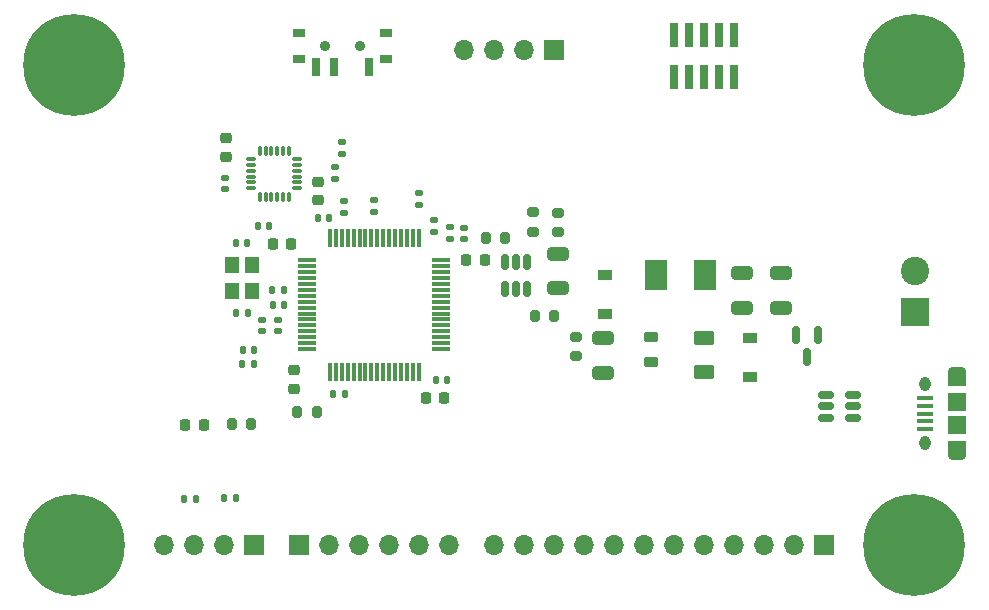
<source format=gbr>
%TF.GenerationSoftware,KiCad,Pcbnew,(6.0.6)*%
%TF.CreationDate,2023-08-27T23:28:48-04:00*%
%TF.ProjectId,STM32,53544d33-322e-46b6-9963-61645f706362,rev?*%
%TF.SameCoordinates,Original*%
%TF.FileFunction,Soldermask,Top*%
%TF.FilePolarity,Negative*%
%FSLAX46Y46*%
G04 Gerber Fmt 4.6, Leading zero omitted, Abs format (unit mm)*
G04 Created by KiCad (PCBNEW (6.0.6)) date 2023-08-27 23:28:48*
%MOMM*%
%LPD*%
G01*
G04 APERTURE LIST*
G04 Aperture macros list*
%AMRoundRect*
0 Rectangle with rounded corners*
0 $1 Rounding radius*
0 $2 $3 $4 $5 $6 $7 $8 $9 X,Y pos of 4 corners*
0 Add a 4 corners polygon primitive as box body*
4,1,4,$2,$3,$4,$5,$6,$7,$8,$9,$2,$3,0*
0 Add four circle primitives for the rounded corners*
1,1,$1+$1,$2,$3*
1,1,$1+$1,$4,$5*
1,1,$1+$1,$6,$7*
1,1,$1+$1,$8,$9*
0 Add four rect primitives between the rounded corners*
20,1,$1+$1,$2,$3,$4,$5,0*
20,1,$1+$1,$4,$5,$6,$7,0*
20,1,$1+$1,$6,$7,$8,$9,0*
20,1,$1+$1,$8,$9,$2,$3,0*%
G04 Aperture macros list end*
%ADD10RoundRect,0.200000X0.275000X-0.200000X0.275000X0.200000X-0.275000X0.200000X-0.275000X-0.200000X0*%
%ADD11R,0.750000X2.100000*%
%ADD12R,1.900000X2.500000*%
%ADD13R,1.700000X1.700000*%
%ADD14O,1.700000X1.700000*%
%ADD15R,1.200000X1.400000*%
%ADD16RoundRect,0.135000X0.185000X-0.135000X0.185000X0.135000X-0.185000X0.135000X-0.185000X-0.135000X0*%
%ADD17RoundRect,0.135000X-0.135000X-0.185000X0.135000X-0.185000X0.135000X0.185000X-0.135000X0.185000X0*%
%ADD18RoundRect,0.140000X0.170000X-0.140000X0.170000X0.140000X-0.170000X0.140000X-0.170000X-0.140000X0*%
%ADD19C,0.900000*%
%ADD20R,1.000000X0.800000*%
%ADD21R,0.700000X1.500000*%
%ADD22RoundRect,0.225000X0.225000X0.250000X-0.225000X0.250000X-0.225000X-0.250000X0.225000X-0.250000X0*%
%ADD23R,2.400000X2.400000*%
%ADD24C,2.400000*%
%ADD25RoundRect,0.200000X-0.200000X-0.275000X0.200000X-0.275000X0.200000X0.275000X-0.200000X0.275000X0*%
%ADD26RoundRect,0.075000X-0.700000X-0.075000X0.700000X-0.075000X0.700000X0.075000X-0.700000X0.075000X0*%
%ADD27RoundRect,0.075000X-0.075000X-0.700000X0.075000X-0.700000X0.075000X0.700000X-0.075000X0.700000X0*%
%ADD28RoundRect,0.218750X0.256250X-0.218750X0.256250X0.218750X-0.256250X0.218750X-0.256250X-0.218750X0*%
%ADD29RoundRect,0.140000X-0.140000X-0.170000X0.140000X-0.170000X0.140000X0.170000X-0.140000X0.170000X0*%
%ADD30R,1.200000X0.900000*%
%ADD31RoundRect,0.200000X-0.275000X0.200000X-0.275000X-0.200000X0.275000X-0.200000X0.275000X0.200000X0*%
%ADD32RoundRect,0.135000X-0.185000X0.135000X-0.185000X-0.135000X0.185000X-0.135000X0.185000X0.135000X0*%
%ADD33RoundRect,0.150000X-0.150000X0.512500X-0.150000X-0.512500X0.150000X-0.512500X0.150000X0.512500X0*%
%ADD34RoundRect,0.250000X-0.625000X0.375000X-0.625000X-0.375000X0.625000X-0.375000X0.625000X0.375000X0*%
%ADD35RoundRect,0.135000X0.135000X0.185000X-0.135000X0.185000X-0.135000X-0.185000X0.135000X-0.185000X0*%
%ADD36RoundRect,0.225000X-0.250000X0.225000X-0.250000X-0.225000X0.250000X-0.225000X0.250000X0.225000X0*%
%ADD37RoundRect,0.225000X-0.225000X-0.250000X0.225000X-0.250000X0.225000X0.250000X-0.225000X0.250000X0*%
%ADD38RoundRect,0.250000X-0.650000X0.325000X-0.650000X-0.325000X0.650000X-0.325000X0.650000X0.325000X0*%
%ADD39RoundRect,0.150000X-0.150000X0.587500X-0.150000X-0.587500X0.150000X-0.587500X0.150000X0.587500X0*%
%ADD40RoundRect,0.147500X0.147500X0.172500X-0.147500X0.172500X-0.147500X-0.172500X0.147500X-0.172500X0*%
%ADD41C,8.600000*%
%ADD42RoundRect,0.140000X0.140000X0.170000X-0.140000X0.170000X-0.140000X-0.170000X0.140000X-0.170000X0*%
%ADD43RoundRect,0.140000X-0.170000X0.140000X-0.170000X-0.140000X0.170000X-0.140000X0.170000X0.140000X0*%
%ADD44RoundRect,0.218750X-0.381250X0.218750X-0.381250X-0.218750X0.381250X-0.218750X0.381250X0.218750X0*%
%ADD45RoundRect,0.225000X0.250000X-0.225000X0.250000X0.225000X-0.250000X0.225000X-0.250000X-0.225000X0*%
%ADD46RoundRect,0.150000X0.512500X0.150000X-0.512500X0.150000X-0.512500X-0.150000X0.512500X-0.150000X0*%
%ADD47RoundRect,0.218750X0.218750X0.256250X-0.218750X0.256250X-0.218750X-0.256250X0.218750X-0.256250X0*%
%ADD48RoundRect,0.075000X-0.075000X0.350000X-0.075000X-0.350000X0.075000X-0.350000X0.075000X0.350000X0*%
%ADD49RoundRect,0.075000X-0.350000X-0.075000X0.350000X-0.075000X0.350000X0.075000X-0.350000X0.075000X0*%
%ADD50R,1.350000X0.400000*%
%ADD51R,1.550000X1.200000*%
%ADD52R,1.550000X1.500000*%
%ADD53O,0.950000X1.250000*%
%ADD54O,1.550000X0.890000*%
G04 APERTURE END LIST*
D10*
%TO.C,R3*%
X104452696Y-90402508D03*
X104452696Y-88752508D03*
%TD*%
D11*
%TO.C,J4*%
X119380000Y-77260000D03*
X119380000Y-73660000D03*
X118110000Y-77260000D03*
X118110000Y-73660000D03*
X116840000Y-77260000D03*
X116840000Y-73660000D03*
X115570000Y-77260000D03*
X115570000Y-73660000D03*
X114300000Y-77260000D03*
X114300000Y-73660000D03*
%TD*%
D12*
%TO.C,L1*%
X112775503Y-93980000D03*
X116875503Y-93980000D03*
%TD*%
D13*
%TO.C,J6*%
X104130000Y-74930000D03*
D14*
X101590000Y-74930000D03*
X99050000Y-74930000D03*
X96510000Y-74930000D03*
%TD*%
D15*
%TO.C,Crystal1*%
X76817265Y-93122981D03*
X76817265Y-95322981D03*
X78517265Y-95322981D03*
X78517265Y-93122981D03*
%TD*%
D16*
%TO.C,R12*%
X86131664Y-83775939D03*
X86131664Y-82755939D03*
%TD*%
D17*
%TO.C,R16*%
X80234611Y-95309226D03*
X81254611Y-95309226D03*
%TD*%
D18*
%TO.C,C17*%
X96520000Y-90949667D03*
X96520000Y-89989667D03*
%TD*%
D19*
%TO.C,SW1*%
X87711308Y-74600000D03*
D20*
X82561308Y-75710000D03*
X89861308Y-75710000D03*
X82561308Y-73500000D03*
D19*
X84711308Y-74600000D03*
D20*
X89861308Y-73500000D03*
D21*
X88461308Y-76360000D03*
X85461308Y-76360000D03*
X83961308Y-76360000D03*
%TD*%
D22*
%TO.C,C9*%
X81834265Y-91382353D03*
X80284265Y-91382353D03*
%TD*%
D23*
%TO.C,J1*%
X134648944Y-97166594D03*
D24*
X134648944Y-93666594D03*
%TD*%
D25*
%TO.C,R11*%
X82359797Y-105596222D03*
X84009797Y-105596222D03*
%TD*%
D26*
%TO.C,U4*%
X83225000Y-92770000D03*
X83225000Y-93270000D03*
X83225000Y-93770000D03*
X83225000Y-94270000D03*
X83225000Y-94770000D03*
X83225000Y-95270000D03*
X83225000Y-95770000D03*
X83225000Y-96270000D03*
X83225000Y-96770000D03*
X83225000Y-97270000D03*
X83225000Y-97770000D03*
X83225000Y-98270000D03*
X83225000Y-98770000D03*
X83225000Y-99270000D03*
X83225000Y-99770000D03*
X83225000Y-100270000D03*
D27*
X85150000Y-102195000D03*
X85650000Y-102195000D03*
X86150000Y-102195000D03*
X86650000Y-102195000D03*
X87150000Y-102195000D03*
X87650000Y-102195000D03*
X88150000Y-102195000D03*
X88650000Y-102195000D03*
X89150000Y-102195000D03*
X89650000Y-102195000D03*
X90150000Y-102195000D03*
X90650000Y-102195000D03*
X91150000Y-102195000D03*
X91650000Y-102195000D03*
X92150000Y-102195000D03*
X92650000Y-102195000D03*
D26*
X94575000Y-100270000D03*
X94575000Y-99770000D03*
X94575000Y-99270000D03*
X94575000Y-98770000D03*
X94575000Y-98270000D03*
X94575000Y-97770000D03*
X94575000Y-97270000D03*
X94575000Y-96770000D03*
X94575000Y-96270000D03*
X94575000Y-95770000D03*
X94575000Y-95270000D03*
X94575000Y-94770000D03*
X94575000Y-94270000D03*
X94575000Y-93770000D03*
X94575000Y-93270000D03*
X94575000Y-92770000D03*
D27*
X92650000Y-90845000D03*
X92150000Y-90845000D03*
X91650000Y-90845000D03*
X91150000Y-90845000D03*
X90650000Y-90845000D03*
X90150000Y-90845000D03*
X89650000Y-90845000D03*
X89150000Y-90845000D03*
X88650000Y-90845000D03*
X88150000Y-90845000D03*
X87650000Y-90845000D03*
X87150000Y-90845000D03*
X86650000Y-90845000D03*
X86150000Y-90845000D03*
X85650000Y-90845000D03*
X85150000Y-90845000D03*
%TD*%
D25*
%TO.C,R17*%
X76845000Y-106640000D03*
X78495000Y-106640000D03*
%TD*%
D28*
%TO.C,D3*%
X82117703Y-103645784D03*
X82117703Y-102070784D03*
%TD*%
D29*
%TO.C,C15*%
X94102693Y-102869102D03*
X95062693Y-102869102D03*
%TD*%
D30*
%TO.C,D1*%
X120727845Y-99343495D03*
X120727845Y-102643495D03*
%TD*%
D29*
%TO.C,C11*%
X84107345Y-89184616D03*
X85067345Y-89184616D03*
%TD*%
D16*
%TO.C,R8*%
X93921369Y-90386847D03*
X93921369Y-89366847D03*
%TD*%
D31*
%TO.C,R4*%
X105938658Y-99232047D03*
X105938658Y-100882047D03*
%TD*%
D32*
%TO.C,R10*%
X86335785Y-87777662D03*
X86335785Y-88797662D03*
%TD*%
D17*
%TO.C,R15*%
X76193788Y-112927611D03*
X77213788Y-112927611D03*
%TD*%
D33*
%TO.C,U1*%
X101857123Y-92880993D03*
X100907123Y-92880993D03*
X99957123Y-92880993D03*
X99957123Y-95155993D03*
X100907123Y-95155993D03*
X101857123Y-95155993D03*
%TD*%
D34*
%TO.C,F2*%
X116840000Y-99378812D03*
X116840000Y-102178812D03*
%TD*%
D25*
%TO.C,R5*%
X102481799Y-97516390D03*
X104131799Y-97516390D03*
%TD*%
D13*
%TO.C,J5*%
X82550000Y-116840000D03*
D14*
X85090000Y-116840000D03*
X87630000Y-116840000D03*
X90170000Y-116840000D03*
X92710000Y-116840000D03*
X95250000Y-116840000D03*
%TD*%
D35*
%TO.C,R14*%
X73762970Y-112936297D03*
X72742970Y-112936297D03*
%TD*%
D36*
%TO.C,C8*%
X84121833Y-86139150D03*
X84121833Y-87689150D03*
%TD*%
D37*
%TO.C,C13*%
X93265551Y-104454008D03*
X94815551Y-104454008D03*
%TD*%
D29*
%TO.C,C10*%
X77172530Y-91262492D03*
X78132530Y-91262492D03*
%TD*%
D38*
%TO.C,C1*%
X108249667Y-99330230D03*
X108249667Y-102280230D03*
%TD*%
D16*
%TO.C,R6*%
X92710000Y-88081041D03*
X92710000Y-87061041D03*
%TD*%
D39*
%TO.C,Q1*%
X126462206Y-99117255D03*
X124562206Y-99117255D03*
X125512206Y-100992255D03*
%TD*%
D13*
%TO.C,J2*%
X127000000Y-116840000D03*
D14*
X124460000Y-116840000D03*
X121920000Y-116840000D03*
X119380000Y-116840000D03*
X116840000Y-116840000D03*
X114300000Y-116840000D03*
X111760000Y-116840000D03*
X109220000Y-116840000D03*
X106680000Y-116840000D03*
X104140000Y-116840000D03*
X101600000Y-116840000D03*
X99060000Y-116840000D03*
%TD*%
D40*
%TO.C,L2*%
X78699123Y-101571865D03*
X77729123Y-101571865D03*
%TD*%
D31*
%TO.C,R2*%
X102359369Y-88709078D03*
X102359369Y-90359078D03*
%TD*%
D19*
%TO.C,H2*%
X65780419Y-78480419D03*
X61219581Y-73919581D03*
X66725000Y-76200000D03*
X63500000Y-72975000D03*
X65780419Y-73919581D03*
X61219581Y-78480419D03*
D41*
X63500000Y-76200000D03*
D19*
X60275000Y-76200000D03*
X63500000Y-79425000D03*
%TD*%
D18*
%TO.C,C19*%
X80700537Y-98745230D03*
X80700537Y-97785230D03*
%TD*%
D42*
%TO.C,C21*%
X81260023Y-96526186D03*
X80300023Y-96526186D03*
%TD*%
D43*
%TO.C,C7*%
X76241586Y-85765238D03*
X76241586Y-86725238D03*
%TD*%
D44*
%TO.C,FB1*%
X112285503Y-99267500D03*
X112285503Y-101392500D03*
%TD*%
D41*
%TO.C,H4*%
X134620000Y-116840000D03*
D19*
X136900419Y-114559581D03*
X136900419Y-119120419D03*
X134620000Y-113615000D03*
X132339581Y-119120419D03*
X131395000Y-116840000D03*
X132339581Y-114559581D03*
X134620000Y-120065000D03*
X137845000Y-116840000D03*
%TD*%
D32*
%TO.C,R13*%
X85526143Y-84872849D03*
X85526143Y-85892849D03*
%TD*%
D45*
%TO.C,C5*%
X76337132Y-83982082D03*
X76337132Y-82432082D03*
%TD*%
D16*
%TO.C,R9*%
X95269215Y-90927551D03*
X95269215Y-89907551D03*
%TD*%
D19*
%TO.C,H1*%
X61219581Y-119120419D03*
X63500000Y-120065000D03*
X61219581Y-114559581D03*
X65780419Y-114559581D03*
D41*
X63500000Y-116840000D03*
D19*
X63500000Y-113615000D03*
X60275000Y-116840000D03*
X65780419Y-119120419D03*
X66725000Y-116840000D03*
%TD*%
D46*
%TO.C,U2*%
X129407500Y-106076291D03*
X129407500Y-105126291D03*
X129407500Y-104176291D03*
X127132500Y-104176291D03*
X127132500Y-105126291D03*
X127132500Y-106076291D03*
%TD*%
D16*
%TO.C,R7*%
X88900000Y-88682400D03*
X88900000Y-87662400D03*
%TD*%
D18*
%TO.C,C20*%
X79349232Y-98744453D03*
X79349232Y-97784453D03*
%TD*%
D38*
%TO.C,C2*%
X120008151Y-93813219D03*
X120008151Y-96763219D03*
%TD*%
D42*
%TO.C,C14*%
X78171837Y-97197715D03*
X77211837Y-97197715D03*
%TD*%
D47*
%TO.C,D4*%
X74447500Y-106680000D03*
X72872500Y-106680000D03*
%TD*%
D13*
%TO.C,J7*%
X78740000Y-116840000D03*
D14*
X76200000Y-116840000D03*
X73660000Y-116840000D03*
X71120000Y-116840000D03*
%TD*%
D37*
%TO.C,C16*%
X96682122Y-92710000D03*
X98232122Y-92710000D03*
%TD*%
D38*
%TO.C,C3*%
X104421734Y-92197603D03*
X104421734Y-95147603D03*
%TD*%
D48*
%TO.C,U3*%
X81687447Y-83475068D03*
X81187447Y-83475068D03*
X80687447Y-83475068D03*
X80187447Y-83475068D03*
X79687447Y-83475068D03*
X79187447Y-83475068D03*
D49*
X78487447Y-84175068D03*
X78487447Y-84675068D03*
X78487447Y-85175068D03*
X78487447Y-85675068D03*
X78487447Y-86175068D03*
X78487447Y-86675068D03*
D48*
X79187447Y-87375068D03*
X79687447Y-87375068D03*
X80187447Y-87375068D03*
X80687447Y-87375068D03*
X81187447Y-87375068D03*
X81687447Y-87375068D03*
D49*
X82387447Y-86675068D03*
X82387447Y-86175068D03*
X82387447Y-85675068D03*
X82387447Y-85175068D03*
X82387447Y-84675068D03*
X82387447Y-84175068D03*
%TD*%
D19*
%TO.C,H3*%
X131395000Y-76200000D03*
X136900419Y-73919581D03*
X132339581Y-78480419D03*
X132339581Y-73919581D03*
X137845000Y-76200000D03*
X136900419Y-78480419D03*
X134620000Y-79425000D03*
D41*
X134620000Y-76200000D03*
D19*
X134620000Y-72975000D03*
%TD*%
D50*
%TO.C,J3*%
X135514065Y-107050371D03*
X135514065Y-106400371D03*
X135514065Y-105750371D03*
X135514065Y-105100371D03*
X135514065Y-104450371D03*
D51*
X138214065Y-102850371D03*
D52*
X138214065Y-104750371D03*
D53*
X135514065Y-108250371D03*
D51*
X138214065Y-108650371D03*
D52*
X138214065Y-106750371D03*
D53*
X135514065Y-103250371D03*
D54*
X138214065Y-109250371D03*
X138214065Y-102250371D03*
%TD*%
D38*
%TO.C,C4*%
X123343676Y-93839429D03*
X123343676Y-96789429D03*
%TD*%
D29*
%TO.C,C18*%
X77755465Y-100330000D03*
X78715465Y-100330000D03*
%TD*%
D30*
%TO.C,D2*%
X108438259Y-94010085D03*
X108438259Y-97310085D03*
%TD*%
D42*
%TO.C,C12*%
X86385796Y-104052653D03*
X85425796Y-104052653D03*
%TD*%
D25*
%TO.C,R1*%
X98339888Y-90873566D03*
X99989888Y-90873566D03*
%TD*%
D42*
%TO.C,C6*%
X80010000Y-89897047D03*
X79050000Y-89897047D03*
%TD*%
M02*

</source>
